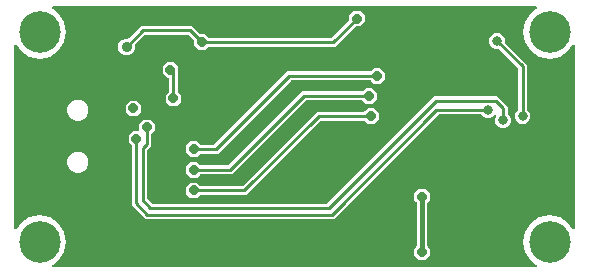
<source format=gbr>
G04 EAGLE Gerber RS-274X export*
G75*
%MOMM*%
%FSLAX34Y34*%
%LPD*%
%INBottom Copper*%
%IPPOS*%
%AMOC8*
5,1,8,0,0,1.08239X$1,22.5*%
G01*
%ADD10C,3.516000*%
%ADD11P,0.872839X8X22.500000*%
%ADD12C,0.254000*%
%ADD13C,0.800100*%
%ADD14C,0.906400*%
%ADD15C,0.406400*%

G36*
X445399Y3824D02*
X445399Y3824D01*
X445503Y3828D01*
X445556Y3844D01*
X445611Y3851D01*
X445708Y3889D01*
X445808Y3919D01*
X445855Y3947D01*
X445907Y3968D01*
X445991Y4029D01*
X446081Y4083D01*
X446119Y4122D01*
X446164Y4154D01*
X446231Y4235D01*
X446304Y4309D01*
X446331Y4357D01*
X446367Y4399D01*
X446411Y4494D01*
X446464Y4584D01*
X446479Y4637D01*
X446502Y4687D01*
X446522Y4790D01*
X446550Y4890D01*
X446552Y4945D01*
X446562Y4999D01*
X446556Y5104D01*
X446558Y5208D01*
X446546Y5262D01*
X446542Y5317D01*
X446510Y5416D01*
X446487Y5518D01*
X446461Y5567D01*
X446444Y5619D01*
X446388Y5708D01*
X446340Y5800D01*
X446304Y5842D01*
X446274Y5888D01*
X446198Y5960D01*
X446128Y6038D01*
X446058Y6091D01*
X446042Y6106D01*
X446029Y6113D01*
X446000Y6135D01*
X441166Y9366D01*
X436250Y16722D01*
X434524Y25400D01*
X436250Y34078D01*
X441166Y41434D01*
X448522Y46350D01*
X457200Y48076D01*
X465878Y46350D01*
X473234Y41434D01*
X476465Y36600D01*
X476533Y36521D01*
X476594Y36436D01*
X476637Y36401D01*
X476673Y36359D01*
X476759Y36300D01*
X476839Y36233D01*
X476889Y36210D01*
X476935Y36178D01*
X477033Y36142D01*
X477127Y36098D01*
X477181Y36087D01*
X477233Y36068D01*
X477337Y36058D01*
X477440Y36038D01*
X477495Y36041D01*
X477549Y36036D01*
X477653Y36051D01*
X477757Y36058D01*
X477809Y36075D01*
X477864Y36083D01*
X477960Y36124D01*
X478059Y36156D01*
X478106Y36185D01*
X478157Y36207D01*
X478240Y36270D01*
X478328Y36326D01*
X478366Y36366D01*
X478410Y36400D01*
X478475Y36482D01*
X478546Y36558D01*
X478573Y36606D01*
X478607Y36649D01*
X478649Y36745D01*
X478700Y36836D01*
X478713Y36889D01*
X478736Y36940D01*
X478753Y37043D01*
X478779Y37144D01*
X478785Y37232D01*
X478788Y37254D01*
X478787Y37268D01*
X478789Y37305D01*
X478789Y191295D01*
X478776Y191399D01*
X478772Y191503D01*
X478756Y191556D01*
X478749Y191611D01*
X478711Y191708D01*
X478681Y191808D01*
X478653Y191855D01*
X478632Y191907D01*
X478571Y191991D01*
X478517Y192081D01*
X478478Y192119D01*
X478446Y192164D01*
X478365Y192231D01*
X478291Y192304D01*
X478243Y192331D01*
X478201Y192367D01*
X478106Y192411D01*
X478016Y192464D01*
X477963Y192479D01*
X477913Y192502D01*
X477810Y192522D01*
X477710Y192550D01*
X477655Y192552D01*
X477601Y192562D01*
X477496Y192556D01*
X477392Y192558D01*
X477338Y192546D01*
X477283Y192542D01*
X477184Y192510D01*
X477082Y192487D01*
X477033Y192461D01*
X476981Y192444D01*
X476892Y192388D01*
X476800Y192340D01*
X476758Y192304D01*
X476712Y192274D01*
X476640Y192198D01*
X476562Y192128D01*
X476509Y192058D01*
X476494Y192042D01*
X476487Y192029D01*
X476465Y192000D01*
X473234Y187166D01*
X465878Y182250D01*
X457200Y180524D01*
X448522Y182250D01*
X441166Y187166D01*
X436250Y194522D01*
X434524Y203200D01*
X436250Y211878D01*
X441166Y219234D01*
X446000Y222465D01*
X446079Y222533D01*
X446164Y222594D01*
X446199Y222637D01*
X446241Y222673D01*
X446300Y222759D01*
X446367Y222839D01*
X446390Y222889D01*
X446421Y222935D01*
X446458Y223033D01*
X446502Y223127D01*
X446513Y223181D01*
X446532Y223233D01*
X446542Y223337D01*
X446562Y223440D01*
X446559Y223495D01*
X446564Y223549D01*
X446549Y223653D01*
X446542Y223757D01*
X446525Y223809D01*
X446517Y223864D01*
X446476Y223960D01*
X446444Y224059D01*
X446415Y224106D01*
X446393Y224157D01*
X446330Y224240D01*
X446274Y224328D01*
X446234Y224366D01*
X446200Y224410D01*
X446118Y224475D01*
X446042Y224546D01*
X445994Y224573D01*
X445951Y224607D01*
X445855Y224649D01*
X445764Y224700D01*
X445711Y224713D01*
X445660Y224736D01*
X445557Y224753D01*
X445456Y224779D01*
X445368Y224785D01*
X445346Y224788D01*
X445332Y224787D01*
X445295Y224789D01*
X37305Y224789D01*
X37201Y224776D01*
X37097Y224772D01*
X37044Y224756D01*
X36989Y224749D01*
X36892Y224711D01*
X36792Y224681D01*
X36745Y224653D01*
X36694Y224632D01*
X36609Y224571D01*
X36519Y224517D01*
X36481Y224478D01*
X36436Y224446D01*
X36369Y224365D01*
X36296Y224291D01*
X36269Y224243D01*
X36233Y224201D01*
X36189Y224106D01*
X36136Y224016D01*
X36121Y223963D01*
X36098Y223913D01*
X36078Y223810D01*
X36050Y223710D01*
X36048Y223655D01*
X36038Y223601D01*
X36045Y223496D01*
X36042Y223392D01*
X36054Y223338D01*
X36058Y223283D01*
X36090Y223184D01*
X36113Y223082D01*
X36139Y223033D01*
X36156Y222981D01*
X36212Y222892D01*
X36260Y222800D01*
X36296Y222758D01*
X36326Y222712D01*
X36402Y222640D01*
X36472Y222562D01*
X36542Y222509D01*
X36558Y222494D01*
X36571Y222487D01*
X36600Y222465D01*
X41434Y219234D01*
X46350Y211878D01*
X48076Y203200D01*
X46350Y194522D01*
X41434Y187166D01*
X34078Y182250D01*
X25400Y180524D01*
X16722Y182250D01*
X9366Y187166D01*
X6135Y192000D01*
X6067Y192079D01*
X6006Y192164D01*
X5963Y192199D01*
X5927Y192241D01*
X5841Y192300D01*
X5761Y192367D01*
X5711Y192390D01*
X5665Y192421D01*
X5567Y192458D01*
X5473Y192502D01*
X5419Y192513D01*
X5367Y192532D01*
X5263Y192542D01*
X5160Y192562D01*
X5105Y192559D01*
X5051Y192564D01*
X4947Y192549D01*
X4843Y192542D01*
X4791Y192525D01*
X4736Y192517D01*
X4640Y192476D01*
X4541Y192444D01*
X4494Y192415D01*
X4443Y192393D01*
X4360Y192330D01*
X4272Y192274D01*
X4234Y192234D01*
X4190Y192200D01*
X4125Y192118D01*
X4054Y192042D01*
X4027Y191994D01*
X3993Y191951D01*
X3951Y191855D01*
X3900Y191764D01*
X3887Y191711D01*
X3864Y191660D01*
X3847Y191557D01*
X3821Y191456D01*
X3815Y191368D01*
X3812Y191346D01*
X3813Y191332D01*
X3811Y191295D01*
X3811Y37305D01*
X3824Y37201D01*
X3828Y37097D01*
X3844Y37044D01*
X3851Y36989D01*
X3889Y36892D01*
X3919Y36792D01*
X3947Y36745D01*
X3968Y36694D01*
X4029Y36609D01*
X4083Y36519D01*
X4122Y36481D01*
X4154Y36436D01*
X4235Y36369D01*
X4309Y36296D01*
X4357Y36269D01*
X4399Y36233D01*
X4494Y36189D01*
X4584Y36136D01*
X4637Y36121D01*
X4687Y36098D01*
X4790Y36078D01*
X4890Y36050D01*
X4945Y36048D01*
X4999Y36038D01*
X5104Y36045D01*
X5208Y36042D01*
X5262Y36054D01*
X5317Y36058D01*
X5416Y36090D01*
X5518Y36113D01*
X5567Y36139D01*
X5619Y36156D01*
X5708Y36212D01*
X5800Y36260D01*
X5842Y36296D01*
X5888Y36326D01*
X5960Y36402D01*
X6038Y36472D01*
X6091Y36542D01*
X6106Y36558D01*
X6113Y36571D01*
X6135Y36600D01*
X9366Y41434D01*
X16722Y46350D01*
X25400Y48076D01*
X34078Y46350D01*
X41434Y41434D01*
X46350Y34078D01*
X48076Y25400D01*
X46350Y16722D01*
X41434Y9366D01*
X36600Y6135D01*
X36521Y6067D01*
X36436Y6006D01*
X36401Y5963D01*
X36359Y5927D01*
X36300Y5841D01*
X36233Y5761D01*
X36210Y5711D01*
X36178Y5665D01*
X36142Y5567D01*
X36098Y5473D01*
X36087Y5419D01*
X36068Y5367D01*
X36058Y5263D01*
X36038Y5160D01*
X36041Y5105D01*
X36036Y5051D01*
X36051Y4947D01*
X36058Y4843D01*
X36075Y4791D01*
X36083Y4736D01*
X36124Y4640D01*
X36156Y4541D01*
X36185Y4494D01*
X36207Y4443D01*
X36270Y4360D01*
X36326Y4272D01*
X36366Y4234D01*
X36400Y4190D01*
X36482Y4125D01*
X36558Y4054D01*
X36606Y4027D01*
X36649Y3993D01*
X36745Y3951D01*
X36836Y3900D01*
X36889Y3887D01*
X36940Y3864D01*
X37043Y3847D01*
X37144Y3821D01*
X37232Y3815D01*
X37254Y3812D01*
X37268Y3813D01*
X37305Y3811D01*
X445295Y3811D01*
X445399Y3824D01*
G37*
%LPC*%
G36*
X115235Y44689D02*
X115235Y44689D01*
X103489Y56435D01*
X103489Y106490D01*
X103477Y106588D01*
X103474Y106687D01*
X103457Y106745D01*
X103449Y106805D01*
X103413Y106897D01*
X103385Y106993D01*
X103355Y107045D01*
X103332Y107101D01*
X103274Y107181D01*
X103224Y107266D01*
X103158Y107342D01*
X103146Y107358D01*
X103136Y107366D01*
X103118Y107387D01*
X100727Y109778D01*
X100727Y115222D01*
X104578Y119073D01*
X108458Y119073D01*
X108576Y119088D01*
X108695Y119095D01*
X108733Y119108D01*
X108774Y119113D01*
X108884Y119156D01*
X108997Y119193D01*
X109032Y119215D01*
X109069Y119230D01*
X109165Y119299D01*
X109266Y119363D01*
X109294Y119393D01*
X109327Y119416D01*
X109403Y119508D01*
X109484Y119595D01*
X109504Y119630D01*
X109529Y119661D01*
X109580Y119769D01*
X109638Y119873D01*
X109648Y119913D01*
X109665Y119949D01*
X109687Y120066D01*
X109717Y120181D01*
X109721Y120241D01*
X109725Y120261D01*
X109723Y120282D01*
X109727Y120342D01*
X109727Y125222D01*
X113578Y129073D01*
X119022Y129073D01*
X122873Y125222D01*
X122873Y119778D01*
X120482Y117387D01*
X120422Y117309D01*
X120354Y117237D01*
X120325Y117184D01*
X120288Y117136D01*
X120248Y117045D01*
X120200Y116958D01*
X120185Y116900D01*
X120161Y116844D01*
X120146Y116746D01*
X120121Y116650D01*
X120115Y116550D01*
X120111Y116530D01*
X120113Y116518D01*
X120111Y116490D01*
X120111Y106922D01*
X116982Y103793D01*
X116922Y103715D01*
X116854Y103643D01*
X116825Y103590D01*
X116788Y103542D01*
X116748Y103451D01*
X116700Y103364D01*
X116685Y103306D01*
X116661Y103250D01*
X116646Y103152D01*
X116621Y103056D01*
X116615Y102956D01*
X116611Y102936D01*
X116613Y102924D01*
X116611Y102896D01*
X116611Y62623D01*
X116623Y62525D01*
X116626Y62426D01*
X116643Y62368D01*
X116651Y62308D01*
X116687Y62216D01*
X116715Y62121D01*
X116745Y62068D01*
X116768Y62012D01*
X116826Y61932D01*
X116876Y61847D01*
X116942Y61771D01*
X116954Y61755D01*
X116964Y61747D01*
X116982Y61726D01*
X120526Y58182D01*
X120604Y58122D01*
X120676Y58054D01*
X120729Y58025D01*
X120777Y57988D01*
X120868Y57948D01*
X120955Y57900D01*
X121013Y57885D01*
X121069Y57861D01*
X121167Y57846D01*
X121263Y57821D01*
X121363Y57815D01*
X121383Y57811D01*
X121395Y57813D01*
X121423Y57811D01*
X268196Y57811D01*
X268294Y57823D01*
X268393Y57826D01*
X268451Y57843D01*
X268511Y57851D01*
X268603Y57887D01*
X268699Y57915D01*
X268751Y57945D01*
X268807Y57968D01*
X268887Y58026D01*
X268972Y58076D01*
X269048Y58142D01*
X269064Y58154D01*
X269072Y58164D01*
X269093Y58182D01*
X341618Y130707D01*
X341678Y130785D01*
X341746Y130857D01*
X341775Y130910D01*
X341812Y130958D01*
X341852Y131049D01*
X341900Y131136D01*
X341915Y131194D01*
X359312Y148591D01*
X413058Y148591D01*
X421641Y140008D01*
X421641Y134236D01*
X421653Y134138D01*
X421656Y134039D01*
X421673Y133980D01*
X421681Y133920D01*
X421717Y133828D01*
X421745Y133733D01*
X421775Y133681D01*
X421798Y133625D01*
X421856Y133544D01*
X421906Y133459D01*
X421972Y133384D01*
X421984Y133367D01*
X421994Y133359D01*
X422012Y133338D01*
X423375Y131975D01*
X424371Y129571D01*
X424371Y126969D01*
X423375Y124565D01*
X421535Y122725D01*
X419131Y121729D01*
X416529Y121729D01*
X414125Y122725D01*
X412285Y124565D01*
X411289Y126969D01*
X411289Y129571D01*
X412027Y131353D01*
X412045Y131420D01*
X412073Y131484D01*
X412087Y131573D01*
X412111Y131659D01*
X412112Y131729D01*
X412123Y131798D01*
X412114Y131888D01*
X412116Y131977D01*
X412099Y132045D01*
X412093Y132115D01*
X412063Y132199D01*
X412042Y132287D01*
X412009Y132348D01*
X411985Y132414D01*
X411935Y132488D01*
X411893Y132568D01*
X411846Y132619D01*
X411807Y132677D01*
X411739Y132737D01*
X411679Y132803D01*
X411621Y132841D01*
X411568Y132888D01*
X411488Y132928D01*
X411413Y132978D01*
X411347Y133001D01*
X411285Y133032D01*
X411197Y133052D01*
X411112Y133081D01*
X411043Y133087D01*
X410975Y133102D01*
X410885Y133099D01*
X410795Y133106D01*
X410727Y133094D01*
X410657Y133092D01*
X410570Y133067D01*
X410482Y133052D01*
X410418Y133023D01*
X410351Y133004D01*
X410274Y132958D01*
X410192Y132921D01*
X410137Y132878D01*
X410077Y132842D01*
X409957Y132736D01*
X408835Y131615D01*
X406431Y130619D01*
X403829Y130619D01*
X401425Y131615D01*
X400062Y132978D01*
X399983Y133038D01*
X399911Y133106D01*
X399858Y133135D01*
X399810Y133172D01*
X399720Y133212D01*
X399633Y133260D01*
X399574Y133275D01*
X399519Y133299D01*
X399421Y133314D01*
X399325Y133339D01*
X399225Y133345D01*
X399205Y133349D01*
X399192Y133347D01*
X399164Y133349D01*
X363564Y133349D01*
X363466Y133337D01*
X363367Y133334D01*
X363309Y133317D01*
X363249Y133309D01*
X363157Y133273D01*
X363061Y133245D01*
X363009Y133215D01*
X362953Y133192D01*
X362873Y133134D01*
X362788Y133084D01*
X362712Y133018D01*
X362696Y133006D01*
X362688Y132996D01*
X362667Y132978D01*
X274378Y44689D01*
X115235Y44689D01*
G37*
%LPD*%
%LPC*%
G36*
X97653Y183427D02*
X97653Y183427D01*
X95054Y184504D01*
X93064Y186494D01*
X91987Y189093D01*
X91987Y191907D01*
X93064Y194506D01*
X95054Y196496D01*
X97653Y197573D01*
X100218Y197573D01*
X100316Y197585D01*
X100415Y197588D01*
X100473Y197605D01*
X100533Y197613D01*
X100625Y197649D01*
X100721Y197677D01*
X100773Y197707D01*
X100829Y197730D01*
X100909Y197788D01*
X100994Y197838D01*
X101070Y197904D01*
X101086Y197916D01*
X101094Y197926D01*
X101115Y197944D01*
X111482Y208311D01*
X154378Y208311D01*
X161245Y201444D01*
X161323Y201384D01*
X161395Y201316D01*
X161448Y201287D01*
X161496Y201250D01*
X161587Y201210D01*
X161674Y201162D01*
X161732Y201147D01*
X161788Y201123D01*
X161886Y201108D01*
X161982Y201083D01*
X162082Y201077D01*
X162102Y201073D01*
X162114Y201075D01*
X162142Y201073D01*
X165522Y201073D01*
X167913Y198682D01*
X167991Y198622D01*
X168063Y198554D01*
X168116Y198525D01*
X168164Y198488D01*
X168255Y198448D01*
X168342Y198400D01*
X168400Y198385D01*
X168456Y198361D01*
X168554Y198346D01*
X168650Y198321D01*
X168750Y198315D01*
X168770Y198311D01*
X168782Y198313D01*
X168810Y198311D01*
X272146Y198311D01*
X272244Y198323D01*
X272343Y198326D01*
X272401Y198343D01*
X272461Y198351D01*
X272553Y198387D01*
X272649Y198415D01*
X272701Y198445D01*
X272757Y198468D01*
X272837Y198526D01*
X272922Y198576D01*
X272998Y198642D01*
X273014Y198654D01*
X273022Y198664D01*
X273043Y198682D01*
X287356Y212995D01*
X287416Y213073D01*
X287484Y213145D01*
X287513Y213198D01*
X287550Y213246D01*
X287590Y213337D01*
X287638Y213424D01*
X287653Y213482D01*
X287677Y213538D01*
X287692Y213636D01*
X287717Y213732D01*
X287723Y213832D01*
X287727Y213852D01*
X287725Y213864D01*
X287727Y213892D01*
X287727Y217272D01*
X291578Y221123D01*
X297022Y221123D01*
X300873Y217272D01*
X300873Y211828D01*
X297022Y207977D01*
X293642Y207977D01*
X293544Y207965D01*
X293445Y207962D01*
X293387Y207945D01*
X293327Y207937D01*
X293235Y207901D01*
X293139Y207873D01*
X293087Y207843D01*
X293031Y207820D01*
X292951Y207762D01*
X292866Y207712D01*
X292790Y207646D01*
X292774Y207634D01*
X292766Y207624D01*
X292745Y207606D01*
X278432Y193293D01*
X275828Y190689D01*
X168810Y190689D01*
X168712Y190677D01*
X168613Y190674D01*
X168555Y190657D01*
X168495Y190649D01*
X168403Y190613D01*
X168308Y190585D01*
X168255Y190555D01*
X168199Y190532D01*
X168119Y190474D01*
X168034Y190424D01*
X167958Y190358D01*
X167942Y190346D01*
X167934Y190336D01*
X167913Y190318D01*
X165522Y187927D01*
X160078Y187927D01*
X156227Y191778D01*
X156227Y195158D01*
X156215Y195256D01*
X156212Y195355D01*
X156195Y195413D01*
X156187Y195473D01*
X156151Y195565D01*
X156123Y195661D01*
X156093Y195713D01*
X156070Y195769D01*
X156012Y195849D01*
X155962Y195934D01*
X155896Y196010D01*
X155884Y196026D01*
X155874Y196034D01*
X155856Y196055D01*
X151593Y200318D01*
X151515Y200378D01*
X151443Y200446D01*
X151390Y200475D01*
X151342Y200512D01*
X151251Y200552D01*
X151164Y200600D01*
X151106Y200615D01*
X151050Y200639D01*
X150952Y200654D01*
X150856Y200679D01*
X150756Y200685D01*
X150736Y200689D01*
X150724Y200687D01*
X150696Y200689D01*
X115164Y200689D01*
X115066Y200677D01*
X114967Y200674D01*
X114909Y200657D01*
X114849Y200649D01*
X114757Y200613D01*
X114661Y200585D01*
X114609Y200555D01*
X114553Y200532D01*
X114473Y200474D01*
X114388Y200424D01*
X114312Y200358D01*
X114296Y200346D01*
X114288Y200336D01*
X114267Y200318D01*
X106504Y192555D01*
X106444Y192477D01*
X106376Y192405D01*
X106356Y192368D01*
X106333Y192340D01*
X106325Y192323D01*
X106310Y192304D01*
X106270Y192213D01*
X106222Y192126D01*
X106211Y192082D01*
X106197Y192053D01*
X106194Y192037D01*
X106183Y192012D01*
X106168Y191914D01*
X106143Y191818D01*
X106138Y191746D01*
X106137Y191740D01*
X106138Y191734D01*
X106137Y191718D01*
X106133Y191698D01*
X106135Y191686D01*
X106133Y191658D01*
X106133Y189093D01*
X105056Y186494D01*
X103066Y184504D01*
X100467Y183427D01*
X97653Y183427D01*
G37*
%LPD*%
%LPC*%
G36*
X153078Y97427D02*
X153078Y97427D01*
X149227Y101278D01*
X149227Y106722D01*
X153078Y110573D01*
X158522Y110573D01*
X160913Y108182D01*
X160991Y108122D01*
X161063Y108054D01*
X161116Y108025D01*
X161164Y107988D01*
X161255Y107948D01*
X161342Y107900D01*
X161400Y107885D01*
X161456Y107861D01*
X161554Y107846D01*
X161650Y107821D01*
X161750Y107815D01*
X161770Y107811D01*
X161782Y107813D01*
X161810Y107811D01*
X172696Y107811D01*
X172794Y107823D01*
X172893Y107826D01*
X172951Y107843D01*
X173011Y107851D01*
X173103Y107887D01*
X173199Y107915D01*
X173251Y107945D01*
X173307Y107968D01*
X173387Y108026D01*
X173472Y108076D01*
X173548Y108142D01*
X173564Y108154D01*
X173572Y108164D01*
X173593Y108182D01*
X235222Y169811D01*
X305290Y169811D01*
X305388Y169823D01*
X305487Y169826D01*
X305545Y169843D01*
X305605Y169851D01*
X305697Y169887D01*
X305792Y169915D01*
X305845Y169945D01*
X305901Y169968D01*
X305981Y170026D01*
X306066Y170076D01*
X306142Y170142D01*
X306158Y170154D01*
X306166Y170164D01*
X306187Y170182D01*
X308578Y172573D01*
X314022Y172573D01*
X317873Y168722D01*
X317873Y163278D01*
X314022Y159427D01*
X308578Y159427D01*
X306187Y161818D01*
X306109Y161878D01*
X306037Y161946D01*
X305984Y161975D01*
X305936Y162012D01*
X305845Y162052D01*
X305758Y162100D01*
X305700Y162115D01*
X305644Y162139D01*
X305546Y162154D01*
X305450Y162179D01*
X305350Y162185D01*
X305330Y162189D01*
X305318Y162187D01*
X305290Y162189D01*
X238904Y162189D01*
X238806Y162177D01*
X238707Y162174D01*
X238649Y162157D01*
X238589Y162149D01*
X238497Y162113D01*
X238401Y162085D01*
X238349Y162055D01*
X238293Y162032D01*
X238213Y161974D01*
X238128Y161924D01*
X238052Y161858D01*
X238036Y161846D01*
X238028Y161836D01*
X238007Y161818D01*
X176378Y100189D01*
X161810Y100189D01*
X161712Y100177D01*
X161613Y100174D01*
X161555Y100157D01*
X161495Y100149D01*
X161403Y100113D01*
X161308Y100085D01*
X161255Y100055D01*
X161199Y100032D01*
X161119Y99974D01*
X161034Y99924D01*
X160958Y99858D01*
X160942Y99846D01*
X160934Y99836D01*
X160913Y99818D01*
X158522Y97427D01*
X153078Y97427D01*
G37*
%LPD*%
%LPC*%
G36*
X153078Y62427D02*
X153078Y62427D01*
X149227Y66278D01*
X149227Y71722D01*
X153078Y75573D01*
X158522Y75573D01*
X160913Y73182D01*
X160991Y73122D01*
X161063Y73054D01*
X161116Y73025D01*
X161164Y72988D01*
X161255Y72948D01*
X161342Y72900D01*
X161400Y72885D01*
X161456Y72861D01*
X161554Y72846D01*
X161650Y72821D01*
X161750Y72815D01*
X161770Y72811D01*
X161782Y72813D01*
X161810Y72811D01*
X196696Y72811D01*
X196794Y72823D01*
X196893Y72826D01*
X196951Y72843D01*
X197011Y72851D01*
X197103Y72887D01*
X197199Y72915D01*
X197251Y72945D01*
X197307Y72968D01*
X197387Y73026D01*
X197472Y73076D01*
X197548Y73142D01*
X197564Y73154D01*
X197572Y73164D01*
X197593Y73182D01*
X260222Y135811D01*
X299910Y135811D01*
X300008Y135823D01*
X300107Y135826D01*
X300165Y135843D01*
X300225Y135851D01*
X300317Y135887D01*
X300412Y135915D01*
X300465Y135945D01*
X300521Y135968D01*
X300601Y136026D01*
X300686Y136076D01*
X300762Y136142D01*
X300778Y136154D01*
X300779Y136156D01*
X300780Y136156D01*
X300787Y136165D01*
X300807Y136182D01*
X303198Y138573D01*
X308642Y138573D01*
X312493Y134722D01*
X312493Y129278D01*
X308642Y125427D01*
X303198Y125427D01*
X300807Y127818D01*
X300729Y127878D01*
X300657Y127946D01*
X300604Y127975D01*
X300556Y128012D01*
X300465Y128052D01*
X300378Y128100D01*
X300320Y128115D01*
X300264Y128139D01*
X300166Y128154D01*
X300070Y128179D01*
X299970Y128185D01*
X299950Y128189D01*
X299938Y128187D01*
X299910Y128189D01*
X263904Y128189D01*
X263806Y128177D01*
X263707Y128174D01*
X263649Y128157D01*
X263589Y128149D01*
X263497Y128113D01*
X263401Y128085D01*
X263349Y128055D01*
X263293Y128032D01*
X263213Y127974D01*
X263128Y127924D01*
X263052Y127858D01*
X263036Y127846D01*
X263028Y127836D01*
X263007Y127818D01*
X200378Y65189D01*
X161810Y65189D01*
X161712Y65177D01*
X161613Y65174D01*
X161555Y65157D01*
X161495Y65149D01*
X161403Y65113D01*
X161308Y65085D01*
X161255Y65055D01*
X161199Y65032D01*
X161119Y64974D01*
X161034Y64924D01*
X160958Y64858D01*
X160942Y64846D01*
X160934Y64836D01*
X160913Y64818D01*
X158522Y62427D01*
X153078Y62427D01*
G37*
%LPD*%
%LPC*%
G36*
X153078Y79927D02*
X153078Y79927D01*
X149227Y83778D01*
X149227Y89222D01*
X153078Y93073D01*
X158522Y93073D01*
X160913Y90682D01*
X160991Y90622D01*
X161063Y90554D01*
X161116Y90525D01*
X161164Y90488D01*
X161255Y90448D01*
X161342Y90400D01*
X161400Y90385D01*
X161456Y90361D01*
X161554Y90346D01*
X161650Y90321D01*
X161750Y90315D01*
X161770Y90311D01*
X161782Y90313D01*
X161810Y90311D01*
X184696Y90311D01*
X184794Y90323D01*
X184893Y90326D01*
X184951Y90343D01*
X185011Y90351D01*
X185103Y90387D01*
X185199Y90415D01*
X185251Y90445D01*
X185307Y90468D01*
X185387Y90526D01*
X185472Y90576D01*
X185548Y90642D01*
X185564Y90654D01*
X185572Y90664D01*
X185593Y90682D01*
X247722Y152811D01*
X298290Y152811D01*
X298388Y152823D01*
X298487Y152826D01*
X298545Y152843D01*
X298605Y152851D01*
X298697Y152887D01*
X298792Y152915D01*
X298845Y152945D01*
X298901Y152968D01*
X298981Y153026D01*
X299066Y153076D01*
X299142Y153142D01*
X299158Y153154D01*
X299166Y153164D01*
X299187Y153182D01*
X301578Y155573D01*
X307022Y155573D01*
X310873Y151722D01*
X310873Y146278D01*
X307022Y142427D01*
X301578Y142427D01*
X299187Y144818D01*
X299109Y144878D01*
X299037Y144946D01*
X298984Y144975D01*
X298936Y145012D01*
X298845Y145052D01*
X298758Y145100D01*
X298700Y145115D01*
X298644Y145139D01*
X298546Y145154D01*
X298450Y145179D01*
X298350Y145185D01*
X298330Y145189D01*
X298318Y145187D01*
X298290Y145189D01*
X251404Y145189D01*
X251306Y145177D01*
X251207Y145174D01*
X251149Y145157D01*
X251089Y145149D01*
X250997Y145113D01*
X250901Y145085D01*
X250849Y145055D01*
X250793Y145032D01*
X250713Y144974D01*
X250628Y144924D01*
X250552Y144858D01*
X250536Y144846D01*
X250528Y144836D01*
X250507Y144818D01*
X188378Y82689D01*
X161810Y82689D01*
X161712Y82677D01*
X161613Y82674D01*
X161555Y82657D01*
X161495Y82649D01*
X161403Y82613D01*
X161308Y82585D01*
X161255Y82555D01*
X161199Y82532D01*
X161119Y82474D01*
X161034Y82424D01*
X160958Y82358D01*
X160942Y82346D01*
X160934Y82336D01*
X160913Y82318D01*
X158522Y79927D01*
X153078Y79927D01*
G37*
%LPD*%
%LPC*%
G36*
X433039Y125539D02*
X433039Y125539D01*
X430635Y126535D01*
X428795Y128375D01*
X427799Y130779D01*
X427799Y133381D01*
X428795Y135785D01*
X430158Y137148D01*
X430218Y137227D01*
X430286Y137299D01*
X430315Y137352D01*
X430352Y137400D01*
X430392Y137490D01*
X430440Y137577D01*
X430455Y137636D01*
X430479Y137691D01*
X430494Y137789D01*
X430519Y137885D01*
X430525Y137985D01*
X430529Y138005D01*
X430527Y138018D01*
X430529Y138046D01*
X430529Y171886D01*
X430517Y171984D01*
X430514Y172083D01*
X430497Y172141D01*
X430489Y172201D01*
X430453Y172293D01*
X430425Y172389D01*
X430395Y172441D01*
X430372Y172497D01*
X430314Y172577D01*
X430264Y172662D01*
X430198Y172738D01*
X430186Y172754D01*
X430176Y172762D01*
X430158Y172783D01*
X414274Y188667D01*
X414196Y188728D01*
X414123Y188796D01*
X414070Y188825D01*
X414023Y188862D01*
X413932Y188901D01*
X413845Y188949D01*
X413786Y188964D01*
X413731Y188988D01*
X413633Y189004D01*
X413537Y189029D01*
X413437Y189035D01*
X413417Y189038D01*
X413404Y189037D01*
X413376Y189039D01*
X411449Y189039D01*
X409045Y190035D01*
X407205Y191875D01*
X406209Y194279D01*
X406209Y196881D01*
X407205Y199285D01*
X409045Y201125D01*
X411449Y202121D01*
X414051Y202121D01*
X416455Y201125D01*
X418295Y199285D01*
X419291Y196881D01*
X419291Y194954D01*
X419304Y194856D01*
X419307Y194756D01*
X419323Y194698D01*
X419331Y194638D01*
X419368Y194546D01*
X419395Y194451D01*
X419426Y194399D01*
X419448Y194342D01*
X419506Y194262D01*
X419557Y194177D01*
X419623Y194102D01*
X419635Y194085D01*
X419644Y194077D01*
X419663Y194056D01*
X438151Y175568D01*
X438151Y138046D01*
X438163Y137948D01*
X438166Y137849D01*
X438183Y137790D01*
X438191Y137730D01*
X438227Y137638D01*
X438255Y137543D01*
X438285Y137491D01*
X438308Y137435D01*
X438366Y137354D01*
X438416Y137269D01*
X438482Y137194D01*
X438494Y137177D01*
X438504Y137169D01*
X438522Y137148D01*
X439885Y135785D01*
X440881Y133381D01*
X440881Y130779D01*
X439885Y128375D01*
X438045Y126535D01*
X435641Y125539D01*
X433039Y125539D01*
G37*
%LPD*%
%LPC*%
G36*
X346578Y10427D02*
X346578Y10427D01*
X342727Y14278D01*
X342727Y19722D01*
X344356Y21351D01*
X344416Y21429D01*
X344484Y21501D01*
X344513Y21554D01*
X344550Y21602D01*
X344590Y21693D01*
X344638Y21780D01*
X344653Y21838D01*
X344677Y21894D01*
X344692Y21992D01*
X344717Y22088D01*
X344723Y22188D01*
X344727Y22208D01*
X344725Y22220D01*
X344727Y22248D01*
X344727Y58482D01*
X344715Y58580D01*
X344712Y58679D01*
X344695Y58737D01*
X344687Y58797D01*
X344651Y58889D01*
X344623Y58984D01*
X344593Y59037D01*
X344570Y59093D01*
X344512Y59173D01*
X344462Y59258D01*
X344396Y59334D01*
X344384Y59350D01*
X344374Y59358D01*
X344356Y59379D01*
X342727Y61008D01*
X342727Y66452D01*
X346578Y70303D01*
X352022Y70303D01*
X355873Y66452D01*
X355873Y61008D01*
X354244Y59379D01*
X354184Y59301D01*
X354116Y59229D01*
X354087Y59176D01*
X354050Y59128D01*
X354010Y59037D01*
X353962Y58950D01*
X353947Y58892D01*
X353923Y58836D01*
X353908Y58738D01*
X353883Y58642D01*
X353877Y58542D01*
X353873Y58522D01*
X353875Y58510D01*
X353873Y58482D01*
X353873Y22248D01*
X353885Y22150D01*
X353888Y22051D01*
X353905Y21993D01*
X353913Y21933D01*
X353949Y21841D01*
X353977Y21746D01*
X354007Y21693D01*
X354030Y21637D01*
X354088Y21557D01*
X354138Y21472D01*
X354204Y21396D01*
X354216Y21380D01*
X354226Y21372D01*
X354244Y21351D01*
X355873Y19722D01*
X355873Y14278D01*
X352022Y10427D01*
X346578Y10427D01*
G37*
%LPD*%
%LPC*%
G36*
X136078Y140387D02*
X136078Y140387D01*
X132227Y144238D01*
X132227Y149682D01*
X134618Y152073D01*
X134678Y152151D01*
X134746Y152223D01*
X134775Y152276D01*
X134812Y152324D01*
X134852Y152415D01*
X134900Y152502D01*
X134915Y152560D01*
X134939Y152616D01*
X134954Y152714D01*
X134979Y152810D01*
X134985Y152910D01*
X134989Y152930D01*
X134987Y152942D01*
X134989Y152970D01*
X134989Y163118D01*
X134974Y163236D01*
X134967Y163355D01*
X134954Y163393D01*
X134949Y163434D01*
X134906Y163544D01*
X134869Y163657D01*
X134847Y163692D01*
X134832Y163729D01*
X134763Y163825D01*
X134699Y163926D01*
X134669Y163954D01*
X134646Y163987D01*
X134554Y164063D01*
X134467Y164144D01*
X134432Y164164D01*
X134401Y164189D01*
X134293Y164240D01*
X134189Y164298D01*
X134149Y164308D01*
X134113Y164325D01*
X133996Y164347D01*
X133881Y164377D01*
X133821Y164381D01*
X133801Y164385D01*
X133780Y164383D01*
X133720Y164387D01*
X133538Y164387D01*
X129687Y168238D01*
X129687Y173682D01*
X133538Y177533D01*
X138982Y177533D01*
X142833Y173682D01*
X142833Y168198D01*
X142825Y168184D01*
X142788Y168136D01*
X142748Y168045D01*
X142700Y167958D01*
X142685Y167900D01*
X142661Y167844D01*
X142646Y167746D01*
X142621Y167650D01*
X142615Y167550D01*
X142611Y167530D01*
X142613Y167518D01*
X142611Y167490D01*
X142611Y152970D01*
X142623Y152872D01*
X142626Y152773D01*
X142643Y152715D01*
X142651Y152655D01*
X142687Y152563D01*
X142715Y152468D01*
X142745Y152415D01*
X142768Y152359D01*
X142826Y152279D01*
X142876Y152194D01*
X142942Y152118D01*
X142954Y152102D01*
X142964Y152094D01*
X142982Y152073D01*
X145373Y149682D01*
X145373Y144238D01*
X141522Y140387D01*
X136078Y140387D01*
G37*
%LPD*%
%LPC*%
G36*
X56047Y128189D02*
X56047Y128189D01*
X52809Y129531D01*
X50331Y132009D01*
X48989Y135247D01*
X48989Y138753D01*
X50331Y141991D01*
X52809Y144469D01*
X56047Y145811D01*
X59553Y145811D01*
X62791Y144469D01*
X65269Y141991D01*
X66611Y138753D01*
X66611Y135247D01*
X65269Y132009D01*
X62791Y129531D01*
X59553Y128189D01*
X56047Y128189D01*
G37*
%LPD*%
%LPC*%
G36*
X56047Y84189D02*
X56047Y84189D01*
X52809Y85531D01*
X50331Y88009D01*
X48989Y91247D01*
X48989Y94753D01*
X50331Y97991D01*
X52809Y100469D01*
X56047Y101811D01*
X59553Y101811D01*
X62791Y100469D01*
X65269Y97991D01*
X66611Y94753D01*
X66611Y91247D01*
X65269Y88009D01*
X62791Y85531D01*
X59553Y84189D01*
X56047Y84189D01*
G37*
%LPD*%
%LPC*%
G36*
X102078Y131927D02*
X102078Y131927D01*
X98227Y135778D01*
X98227Y141222D01*
X102078Y145073D01*
X107522Y145073D01*
X111373Y141222D01*
X111373Y135778D01*
X107522Y131927D01*
X102078Y131927D01*
G37*
%LPD*%
D10*
X457200Y25400D03*
X457200Y203200D03*
X25400Y203200D03*
X25400Y25400D03*
D11*
X136260Y170960D03*
D12*
X138800Y168540D02*
X138800Y146960D01*
D11*
X138800Y146960D03*
D12*
X138800Y168540D02*
X136380Y170960D01*
X136260Y170960D01*
D11*
X323300Y194500D03*
X294800Y35500D03*
X149800Y194500D03*
X147800Y124500D03*
X129300Y36000D03*
X98300Y88500D03*
X58300Y159000D03*
X463980Y112720D03*
X408110Y8220D03*
X301440Y64140D03*
X302170Y101410D03*
X428420Y106370D03*
X359840Y173680D03*
X155800Y69000D03*
X305920Y132000D03*
D12*
X198800Y69000D02*
X155800Y69000D01*
X198800Y69000D02*
X261800Y132000D01*
X305920Y132000D01*
D11*
X155800Y86500D03*
X304300Y149000D03*
D12*
X186800Y86500D02*
X155800Y86500D01*
X186800Y86500D02*
X249300Y149000D01*
X304300Y149000D01*
D11*
X155800Y104000D03*
X311300Y166000D03*
D12*
X174800Y104000D02*
X155800Y104000D01*
X174800Y104000D02*
X236800Y166000D01*
X311300Y166000D01*
D13*
X434340Y132080D03*
D12*
X434340Y173990D01*
X412750Y195580D01*
D13*
X412750Y195580D03*
D11*
X162800Y194500D03*
D12*
X152800Y204500D01*
X162800Y194500D02*
X274250Y194500D01*
D11*
X294300Y214550D03*
D12*
X274250Y194500D01*
X152800Y204500D02*
X113060Y204500D01*
X99060Y190500D01*
D14*
X99060Y190500D03*
D11*
X107300Y112500D03*
D12*
X116813Y48500D02*
X272800Y48500D01*
X116813Y48500D02*
X107300Y58013D01*
X107300Y112500D01*
X272800Y48500D02*
X361460Y137160D01*
X405130Y137160D01*
D13*
X405130Y137160D03*
D11*
X116300Y122500D03*
D12*
X119319Y54000D02*
X270300Y54000D01*
X119319Y54000D02*
X112800Y60519D01*
X112800Y105000D01*
X116300Y108500D01*
X116300Y122500D01*
X270300Y54000D02*
X345800Y129500D01*
X345800Y129690D02*
X360890Y144780D01*
X411480Y144780D01*
X417830Y138430D01*
X417830Y128270D01*
D13*
X417830Y128270D03*
D12*
X345800Y129500D02*
X345800Y129690D01*
D11*
X104800Y138500D03*
X349300Y17000D03*
D15*
X349300Y63730D01*
D11*
X349300Y63730D03*
M02*

</source>
